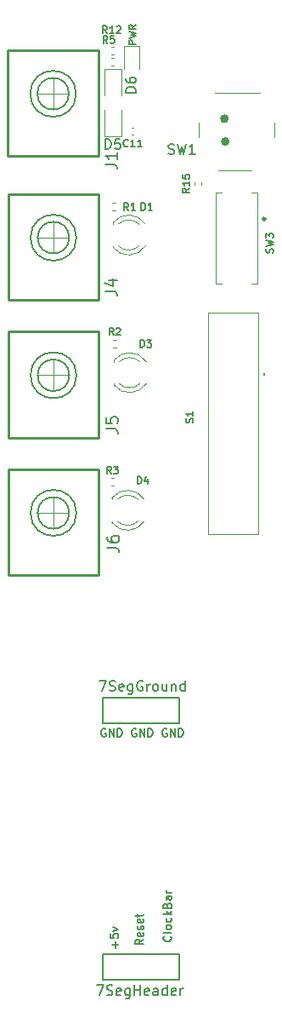
<source format=gbr>
%TF.GenerationSoftware,KiCad,Pcbnew,7.0.5*%
%TF.CreationDate,2023-09-13T13:06:11-07:00*%
%TF.ProjectId,16Bars,31364261-7273-42e6-9b69-6361645f7063,rev?*%
%TF.SameCoordinates,Original*%
%TF.FileFunction,Legend,Top*%
%TF.FilePolarity,Positive*%
%FSLAX46Y46*%
G04 Gerber Fmt 4.6, Leading zero omitted, Abs format (unit mm)*
G04 Created by KiCad (PCBNEW 7.0.5) date 2023-09-13 13:06:11*
%MOMM*%
%LPD*%
G01*
G04 APERTURE LIST*
%ADD10C,0.275000*%
%ADD11C,0.200000*%
%ADD12C,0.160000*%
%ADD13C,0.152400*%
%ADD14C,0.150000*%
%ADD15C,0.120000*%
%ADD16C,0.127000*%
%ADD17C,0.254000*%
%ADD18C,0.446881*%
%ADD19C,0.100000*%
G04 APERTURE END LIST*
D10*
X83137500Y-54700000D02*
G75*
G03*
X83137500Y-54700000I-137500J0D01*
G01*
D11*
%TO.C,J3*%
X70959695Y-126308943D02*
X70578742Y-126575610D01*
X70959695Y-126766086D02*
X70159695Y-126766086D01*
X70159695Y-126766086D02*
X70159695Y-126461324D01*
X70159695Y-126461324D02*
X70197790Y-126385134D01*
X70197790Y-126385134D02*
X70235885Y-126347039D01*
X70235885Y-126347039D02*
X70312076Y-126308943D01*
X70312076Y-126308943D02*
X70426361Y-126308943D01*
X70426361Y-126308943D02*
X70502552Y-126347039D01*
X70502552Y-126347039D02*
X70540647Y-126385134D01*
X70540647Y-126385134D02*
X70578742Y-126461324D01*
X70578742Y-126461324D02*
X70578742Y-126766086D01*
X70921600Y-125661324D02*
X70959695Y-125737515D01*
X70959695Y-125737515D02*
X70959695Y-125889896D01*
X70959695Y-125889896D02*
X70921600Y-125966086D01*
X70921600Y-125966086D02*
X70845409Y-126004182D01*
X70845409Y-126004182D02*
X70540647Y-126004182D01*
X70540647Y-126004182D02*
X70464457Y-125966086D01*
X70464457Y-125966086D02*
X70426361Y-125889896D01*
X70426361Y-125889896D02*
X70426361Y-125737515D01*
X70426361Y-125737515D02*
X70464457Y-125661324D01*
X70464457Y-125661324D02*
X70540647Y-125623229D01*
X70540647Y-125623229D02*
X70616838Y-125623229D01*
X70616838Y-125623229D02*
X70693028Y-126004182D01*
X70921600Y-125318468D02*
X70959695Y-125242277D01*
X70959695Y-125242277D02*
X70959695Y-125089896D01*
X70959695Y-125089896D02*
X70921600Y-125013706D01*
X70921600Y-125013706D02*
X70845409Y-124975610D01*
X70845409Y-124975610D02*
X70807314Y-124975610D01*
X70807314Y-124975610D02*
X70731123Y-125013706D01*
X70731123Y-125013706D02*
X70693028Y-125089896D01*
X70693028Y-125089896D02*
X70693028Y-125204182D01*
X70693028Y-125204182D02*
X70654933Y-125280372D01*
X70654933Y-125280372D02*
X70578742Y-125318468D01*
X70578742Y-125318468D02*
X70540647Y-125318468D01*
X70540647Y-125318468D02*
X70464457Y-125280372D01*
X70464457Y-125280372D02*
X70426361Y-125204182D01*
X70426361Y-125204182D02*
X70426361Y-125089896D01*
X70426361Y-125089896D02*
X70464457Y-125013706D01*
X70921600Y-124327991D02*
X70959695Y-124404182D01*
X70959695Y-124404182D02*
X70959695Y-124556563D01*
X70959695Y-124556563D02*
X70921600Y-124632753D01*
X70921600Y-124632753D02*
X70845409Y-124670849D01*
X70845409Y-124670849D02*
X70540647Y-124670849D01*
X70540647Y-124670849D02*
X70464457Y-124632753D01*
X70464457Y-124632753D02*
X70426361Y-124556563D01*
X70426361Y-124556563D02*
X70426361Y-124404182D01*
X70426361Y-124404182D02*
X70464457Y-124327991D01*
X70464457Y-124327991D02*
X70540647Y-124289896D01*
X70540647Y-124289896D02*
X70616838Y-124289896D01*
X70616838Y-124289896D02*
X70693028Y-124670849D01*
X70426361Y-124061325D02*
X70426361Y-123756563D01*
X70159695Y-123947039D02*
X70845409Y-123947039D01*
X70845409Y-123947039D02*
X70921600Y-123908944D01*
X70921600Y-123908944D02*
X70959695Y-123832754D01*
X70959695Y-123832754D02*
X70959695Y-123756563D01*
X66314285Y-130852219D02*
X66980951Y-130852219D01*
X66980951Y-130852219D02*
X66552380Y-131852219D01*
X67314285Y-131804600D02*
X67457142Y-131852219D01*
X67457142Y-131852219D02*
X67695237Y-131852219D01*
X67695237Y-131852219D02*
X67790475Y-131804600D01*
X67790475Y-131804600D02*
X67838094Y-131756980D01*
X67838094Y-131756980D02*
X67885713Y-131661742D01*
X67885713Y-131661742D02*
X67885713Y-131566504D01*
X67885713Y-131566504D02*
X67838094Y-131471266D01*
X67838094Y-131471266D02*
X67790475Y-131423647D01*
X67790475Y-131423647D02*
X67695237Y-131376028D01*
X67695237Y-131376028D02*
X67504761Y-131328409D01*
X67504761Y-131328409D02*
X67409523Y-131280790D01*
X67409523Y-131280790D02*
X67361904Y-131233171D01*
X67361904Y-131233171D02*
X67314285Y-131137933D01*
X67314285Y-131137933D02*
X67314285Y-131042695D01*
X67314285Y-131042695D02*
X67361904Y-130947457D01*
X67361904Y-130947457D02*
X67409523Y-130899838D01*
X67409523Y-130899838D02*
X67504761Y-130852219D01*
X67504761Y-130852219D02*
X67742856Y-130852219D01*
X67742856Y-130852219D02*
X67885713Y-130899838D01*
X68695237Y-131804600D02*
X68599999Y-131852219D01*
X68599999Y-131852219D02*
X68409523Y-131852219D01*
X68409523Y-131852219D02*
X68314285Y-131804600D01*
X68314285Y-131804600D02*
X68266666Y-131709361D01*
X68266666Y-131709361D02*
X68266666Y-131328409D01*
X68266666Y-131328409D02*
X68314285Y-131233171D01*
X68314285Y-131233171D02*
X68409523Y-131185552D01*
X68409523Y-131185552D02*
X68599999Y-131185552D01*
X68599999Y-131185552D02*
X68695237Y-131233171D01*
X68695237Y-131233171D02*
X68742856Y-131328409D01*
X68742856Y-131328409D02*
X68742856Y-131423647D01*
X68742856Y-131423647D02*
X68266666Y-131518885D01*
X69599999Y-131185552D02*
X69599999Y-131995076D01*
X69599999Y-131995076D02*
X69552380Y-132090314D01*
X69552380Y-132090314D02*
X69504761Y-132137933D01*
X69504761Y-132137933D02*
X69409523Y-132185552D01*
X69409523Y-132185552D02*
X69266666Y-132185552D01*
X69266666Y-132185552D02*
X69171428Y-132137933D01*
X69599999Y-131804600D02*
X69504761Y-131852219D01*
X69504761Y-131852219D02*
X69314285Y-131852219D01*
X69314285Y-131852219D02*
X69219047Y-131804600D01*
X69219047Y-131804600D02*
X69171428Y-131756980D01*
X69171428Y-131756980D02*
X69123809Y-131661742D01*
X69123809Y-131661742D02*
X69123809Y-131376028D01*
X69123809Y-131376028D02*
X69171428Y-131280790D01*
X69171428Y-131280790D02*
X69219047Y-131233171D01*
X69219047Y-131233171D02*
X69314285Y-131185552D01*
X69314285Y-131185552D02*
X69504761Y-131185552D01*
X69504761Y-131185552D02*
X69599999Y-131233171D01*
X70076190Y-131852219D02*
X70076190Y-130852219D01*
X70076190Y-131328409D02*
X70647618Y-131328409D01*
X70647618Y-131852219D02*
X70647618Y-130852219D01*
X71504761Y-131804600D02*
X71409523Y-131852219D01*
X71409523Y-131852219D02*
X71219047Y-131852219D01*
X71219047Y-131852219D02*
X71123809Y-131804600D01*
X71123809Y-131804600D02*
X71076190Y-131709361D01*
X71076190Y-131709361D02*
X71076190Y-131328409D01*
X71076190Y-131328409D02*
X71123809Y-131233171D01*
X71123809Y-131233171D02*
X71219047Y-131185552D01*
X71219047Y-131185552D02*
X71409523Y-131185552D01*
X71409523Y-131185552D02*
X71504761Y-131233171D01*
X71504761Y-131233171D02*
X71552380Y-131328409D01*
X71552380Y-131328409D02*
X71552380Y-131423647D01*
X71552380Y-131423647D02*
X71076190Y-131518885D01*
X72409523Y-131852219D02*
X72409523Y-131328409D01*
X72409523Y-131328409D02*
X72361904Y-131233171D01*
X72361904Y-131233171D02*
X72266666Y-131185552D01*
X72266666Y-131185552D02*
X72076190Y-131185552D01*
X72076190Y-131185552D02*
X71980952Y-131233171D01*
X72409523Y-131804600D02*
X72314285Y-131852219D01*
X72314285Y-131852219D02*
X72076190Y-131852219D01*
X72076190Y-131852219D02*
X71980952Y-131804600D01*
X71980952Y-131804600D02*
X71933333Y-131709361D01*
X71933333Y-131709361D02*
X71933333Y-131614123D01*
X71933333Y-131614123D02*
X71980952Y-131518885D01*
X71980952Y-131518885D02*
X72076190Y-131471266D01*
X72076190Y-131471266D02*
X72314285Y-131471266D01*
X72314285Y-131471266D02*
X72409523Y-131423647D01*
X73314285Y-131852219D02*
X73314285Y-130852219D01*
X73314285Y-131804600D02*
X73219047Y-131852219D01*
X73219047Y-131852219D02*
X73028571Y-131852219D01*
X73028571Y-131852219D02*
X72933333Y-131804600D01*
X72933333Y-131804600D02*
X72885714Y-131756980D01*
X72885714Y-131756980D02*
X72838095Y-131661742D01*
X72838095Y-131661742D02*
X72838095Y-131376028D01*
X72838095Y-131376028D02*
X72885714Y-131280790D01*
X72885714Y-131280790D02*
X72933333Y-131233171D01*
X72933333Y-131233171D02*
X73028571Y-131185552D01*
X73028571Y-131185552D02*
X73219047Y-131185552D01*
X73219047Y-131185552D02*
X73314285Y-131233171D01*
X74171428Y-131804600D02*
X74076190Y-131852219D01*
X74076190Y-131852219D02*
X73885714Y-131852219D01*
X73885714Y-131852219D02*
X73790476Y-131804600D01*
X73790476Y-131804600D02*
X73742857Y-131709361D01*
X73742857Y-131709361D02*
X73742857Y-131328409D01*
X73742857Y-131328409D02*
X73790476Y-131233171D01*
X73790476Y-131233171D02*
X73885714Y-131185552D01*
X73885714Y-131185552D02*
X74076190Y-131185552D01*
X74076190Y-131185552D02*
X74171428Y-131233171D01*
X74171428Y-131233171D02*
X74219047Y-131328409D01*
X74219047Y-131328409D02*
X74219047Y-131423647D01*
X74219047Y-131423647D02*
X73742857Y-131518885D01*
X74647619Y-131852219D02*
X74647619Y-131185552D01*
X74647619Y-131376028D02*
X74695238Y-131280790D01*
X74695238Y-131280790D02*
X74742857Y-131233171D01*
X74742857Y-131233171D02*
X74838095Y-131185552D01*
X74838095Y-131185552D02*
X74933333Y-131185552D01*
X68154933Y-127144111D02*
X68154933Y-126534588D01*
X68459695Y-126839349D02*
X67850171Y-126839349D01*
X67659695Y-125772683D02*
X67659695Y-126153635D01*
X67659695Y-126153635D02*
X68040647Y-126191731D01*
X68040647Y-126191731D02*
X68002552Y-126153635D01*
X68002552Y-126153635D02*
X67964457Y-126077445D01*
X67964457Y-126077445D02*
X67964457Y-125886969D01*
X67964457Y-125886969D02*
X68002552Y-125810778D01*
X68002552Y-125810778D02*
X68040647Y-125772683D01*
X68040647Y-125772683D02*
X68116838Y-125734588D01*
X68116838Y-125734588D02*
X68307314Y-125734588D01*
X68307314Y-125734588D02*
X68383504Y-125772683D01*
X68383504Y-125772683D02*
X68421600Y-125810778D01*
X68421600Y-125810778D02*
X68459695Y-125886969D01*
X68459695Y-125886969D02*
X68459695Y-126077445D01*
X68459695Y-126077445D02*
X68421600Y-126153635D01*
X68421600Y-126153635D02*
X68383504Y-126191731D01*
X67926361Y-125467921D02*
X68459695Y-125277445D01*
X68459695Y-125277445D02*
X67926361Y-125086968D01*
D12*
X73685584Y-125999999D02*
X73723680Y-126038095D01*
X73723680Y-126038095D02*
X73761775Y-126152380D01*
X73761775Y-126152380D02*
X73761775Y-126228571D01*
X73761775Y-126228571D02*
X73723680Y-126342857D01*
X73723680Y-126342857D02*
X73647489Y-126419047D01*
X73647489Y-126419047D02*
X73571299Y-126457142D01*
X73571299Y-126457142D02*
X73418918Y-126495238D01*
X73418918Y-126495238D02*
X73304632Y-126495238D01*
X73304632Y-126495238D02*
X73152251Y-126457142D01*
X73152251Y-126457142D02*
X73076060Y-126419047D01*
X73076060Y-126419047D02*
X72999870Y-126342857D01*
X72999870Y-126342857D02*
X72961775Y-126228571D01*
X72961775Y-126228571D02*
X72961775Y-126152380D01*
X72961775Y-126152380D02*
X72999870Y-126038095D01*
X72999870Y-126038095D02*
X73037965Y-125999999D01*
X73761775Y-125542857D02*
X73723680Y-125619047D01*
X73723680Y-125619047D02*
X73647489Y-125657142D01*
X73647489Y-125657142D02*
X72961775Y-125657142D01*
X73761775Y-125123809D02*
X73723680Y-125199999D01*
X73723680Y-125199999D02*
X73685584Y-125238094D01*
X73685584Y-125238094D02*
X73609394Y-125276190D01*
X73609394Y-125276190D02*
X73380822Y-125276190D01*
X73380822Y-125276190D02*
X73304632Y-125238094D01*
X73304632Y-125238094D02*
X73266537Y-125199999D01*
X73266537Y-125199999D02*
X73228441Y-125123809D01*
X73228441Y-125123809D02*
X73228441Y-125009523D01*
X73228441Y-125009523D02*
X73266537Y-124933332D01*
X73266537Y-124933332D02*
X73304632Y-124895237D01*
X73304632Y-124895237D02*
X73380822Y-124857142D01*
X73380822Y-124857142D02*
X73609394Y-124857142D01*
X73609394Y-124857142D02*
X73685584Y-124895237D01*
X73685584Y-124895237D02*
X73723680Y-124933332D01*
X73723680Y-124933332D02*
X73761775Y-125009523D01*
X73761775Y-125009523D02*
X73761775Y-125123809D01*
X73723680Y-124171427D02*
X73761775Y-124247618D01*
X73761775Y-124247618D02*
X73761775Y-124399999D01*
X73761775Y-124399999D02*
X73723680Y-124476189D01*
X73723680Y-124476189D02*
X73685584Y-124514284D01*
X73685584Y-124514284D02*
X73609394Y-124552380D01*
X73609394Y-124552380D02*
X73380822Y-124552380D01*
X73380822Y-124552380D02*
X73304632Y-124514284D01*
X73304632Y-124514284D02*
X73266537Y-124476189D01*
X73266537Y-124476189D02*
X73228441Y-124399999D01*
X73228441Y-124399999D02*
X73228441Y-124247618D01*
X73228441Y-124247618D02*
X73266537Y-124171427D01*
X73761775Y-123828570D02*
X72961775Y-123828570D01*
X73457013Y-123752380D02*
X73761775Y-123523808D01*
X73228441Y-123523808D02*
X73533203Y-123828570D01*
X73342727Y-122914285D02*
X73380822Y-122799999D01*
X73380822Y-122799999D02*
X73418918Y-122761904D01*
X73418918Y-122761904D02*
X73495108Y-122723808D01*
X73495108Y-122723808D02*
X73609394Y-122723808D01*
X73609394Y-122723808D02*
X73685584Y-122761904D01*
X73685584Y-122761904D02*
X73723680Y-122799999D01*
X73723680Y-122799999D02*
X73761775Y-122876189D01*
X73761775Y-122876189D02*
X73761775Y-123180951D01*
X73761775Y-123180951D02*
X72961775Y-123180951D01*
X72961775Y-123180951D02*
X72961775Y-122914285D01*
X72961775Y-122914285D02*
X72999870Y-122838094D01*
X72999870Y-122838094D02*
X73037965Y-122799999D01*
X73037965Y-122799999D02*
X73114156Y-122761904D01*
X73114156Y-122761904D02*
X73190346Y-122761904D01*
X73190346Y-122761904D02*
X73266537Y-122799999D01*
X73266537Y-122799999D02*
X73304632Y-122838094D01*
X73304632Y-122838094D02*
X73342727Y-122914285D01*
X73342727Y-122914285D02*
X73342727Y-123180951D01*
X73761775Y-122038094D02*
X73342727Y-122038094D01*
X73342727Y-122038094D02*
X73266537Y-122076189D01*
X73266537Y-122076189D02*
X73228441Y-122152380D01*
X73228441Y-122152380D02*
X73228441Y-122304761D01*
X73228441Y-122304761D02*
X73266537Y-122380951D01*
X73723680Y-122038094D02*
X73761775Y-122114285D01*
X73761775Y-122114285D02*
X73761775Y-122304761D01*
X73761775Y-122304761D02*
X73723680Y-122380951D01*
X73723680Y-122380951D02*
X73647489Y-122419047D01*
X73647489Y-122419047D02*
X73571299Y-122419047D01*
X73571299Y-122419047D02*
X73495108Y-122380951D01*
X73495108Y-122380951D02*
X73457013Y-122304761D01*
X73457013Y-122304761D02*
X73457013Y-122114285D01*
X73457013Y-122114285D02*
X73418918Y-122038094D01*
X73761775Y-121657141D02*
X73228441Y-121657141D01*
X73380822Y-121657141D02*
X73304632Y-121619046D01*
X73304632Y-121619046D02*
X73266537Y-121580951D01*
X73266537Y-121580951D02*
X73228441Y-121504760D01*
X73228441Y-121504760D02*
X73228441Y-121428570D01*
D11*
%TO.C,J7*%
X67179217Y-105385530D02*
X67103027Y-105347435D01*
X67103027Y-105347435D02*
X66988741Y-105347435D01*
X66988741Y-105347435D02*
X66874455Y-105385530D01*
X66874455Y-105385530D02*
X66798265Y-105461720D01*
X66798265Y-105461720D02*
X66760170Y-105537911D01*
X66760170Y-105537911D02*
X66722074Y-105690292D01*
X66722074Y-105690292D02*
X66722074Y-105804578D01*
X66722074Y-105804578D02*
X66760170Y-105956959D01*
X66760170Y-105956959D02*
X66798265Y-106033149D01*
X66798265Y-106033149D02*
X66874455Y-106109340D01*
X66874455Y-106109340D02*
X66988741Y-106147435D01*
X66988741Y-106147435D02*
X67064932Y-106147435D01*
X67064932Y-106147435D02*
X67179217Y-106109340D01*
X67179217Y-106109340D02*
X67217313Y-106071244D01*
X67217313Y-106071244D02*
X67217313Y-105804578D01*
X67217313Y-105804578D02*
X67064932Y-105804578D01*
X67560170Y-106147435D02*
X67560170Y-105347435D01*
X67560170Y-105347435D02*
X68017313Y-106147435D01*
X68017313Y-106147435D02*
X68017313Y-105347435D01*
X68398265Y-106147435D02*
X68398265Y-105347435D01*
X68398265Y-105347435D02*
X68588741Y-105347435D01*
X68588741Y-105347435D02*
X68703027Y-105385530D01*
X68703027Y-105385530D02*
X68779217Y-105461720D01*
X68779217Y-105461720D02*
X68817312Y-105537911D01*
X68817312Y-105537911D02*
X68855408Y-105690292D01*
X68855408Y-105690292D02*
X68855408Y-105804578D01*
X68855408Y-105804578D02*
X68817312Y-105956959D01*
X68817312Y-105956959D02*
X68779217Y-106033149D01*
X68779217Y-106033149D02*
X68703027Y-106109340D01*
X68703027Y-106109340D02*
X68588741Y-106147435D01*
X68588741Y-106147435D02*
X68398265Y-106147435D01*
X70226836Y-105385530D02*
X70150646Y-105347435D01*
X70150646Y-105347435D02*
X70036360Y-105347435D01*
X70036360Y-105347435D02*
X69922074Y-105385530D01*
X69922074Y-105385530D02*
X69845884Y-105461720D01*
X69845884Y-105461720D02*
X69807789Y-105537911D01*
X69807789Y-105537911D02*
X69769693Y-105690292D01*
X69769693Y-105690292D02*
X69769693Y-105804578D01*
X69769693Y-105804578D02*
X69807789Y-105956959D01*
X69807789Y-105956959D02*
X69845884Y-106033149D01*
X69845884Y-106033149D02*
X69922074Y-106109340D01*
X69922074Y-106109340D02*
X70036360Y-106147435D01*
X70036360Y-106147435D02*
X70112551Y-106147435D01*
X70112551Y-106147435D02*
X70226836Y-106109340D01*
X70226836Y-106109340D02*
X70264932Y-106071244D01*
X70264932Y-106071244D02*
X70264932Y-105804578D01*
X70264932Y-105804578D02*
X70112551Y-105804578D01*
X70607789Y-106147435D02*
X70607789Y-105347435D01*
X70607789Y-105347435D02*
X71064932Y-106147435D01*
X71064932Y-106147435D02*
X71064932Y-105347435D01*
X71445884Y-106147435D02*
X71445884Y-105347435D01*
X71445884Y-105347435D02*
X71636360Y-105347435D01*
X71636360Y-105347435D02*
X71750646Y-105385530D01*
X71750646Y-105385530D02*
X71826836Y-105461720D01*
X71826836Y-105461720D02*
X71864931Y-105537911D01*
X71864931Y-105537911D02*
X71903027Y-105690292D01*
X71903027Y-105690292D02*
X71903027Y-105804578D01*
X71903027Y-105804578D02*
X71864931Y-105956959D01*
X71864931Y-105956959D02*
X71826836Y-106033149D01*
X71826836Y-106033149D02*
X71750646Y-106109340D01*
X71750646Y-106109340D02*
X71636360Y-106147435D01*
X71636360Y-106147435D02*
X71445884Y-106147435D01*
X73274455Y-105385530D02*
X73198265Y-105347435D01*
X73198265Y-105347435D02*
X73083979Y-105347435D01*
X73083979Y-105347435D02*
X72969693Y-105385530D01*
X72969693Y-105385530D02*
X72893503Y-105461720D01*
X72893503Y-105461720D02*
X72855408Y-105537911D01*
X72855408Y-105537911D02*
X72817312Y-105690292D01*
X72817312Y-105690292D02*
X72817312Y-105804578D01*
X72817312Y-105804578D02*
X72855408Y-105956959D01*
X72855408Y-105956959D02*
X72893503Y-106033149D01*
X72893503Y-106033149D02*
X72969693Y-106109340D01*
X72969693Y-106109340D02*
X73083979Y-106147435D01*
X73083979Y-106147435D02*
X73160170Y-106147435D01*
X73160170Y-106147435D02*
X73274455Y-106109340D01*
X73274455Y-106109340D02*
X73312551Y-106071244D01*
X73312551Y-106071244D02*
X73312551Y-105804578D01*
X73312551Y-105804578D02*
X73160170Y-105804578D01*
X73655408Y-106147435D02*
X73655408Y-105347435D01*
X73655408Y-105347435D02*
X74112551Y-106147435D01*
X74112551Y-106147435D02*
X74112551Y-105347435D01*
X74493503Y-106147435D02*
X74493503Y-105347435D01*
X74493503Y-105347435D02*
X74683979Y-105347435D01*
X74683979Y-105347435D02*
X74798265Y-105385530D01*
X74798265Y-105385530D02*
X74874455Y-105461720D01*
X74874455Y-105461720D02*
X74912550Y-105537911D01*
X74912550Y-105537911D02*
X74950646Y-105690292D01*
X74950646Y-105690292D02*
X74950646Y-105804578D01*
X74950646Y-105804578D02*
X74912550Y-105956959D01*
X74912550Y-105956959D02*
X74874455Y-106033149D01*
X74874455Y-106033149D02*
X74798265Y-106109340D01*
X74798265Y-106109340D02*
X74683979Y-106147435D01*
X74683979Y-106147435D02*
X74493503Y-106147435D01*
X66590476Y-100602219D02*
X67257142Y-100602219D01*
X67257142Y-100602219D02*
X66828571Y-101602219D01*
X67590476Y-101554600D02*
X67733333Y-101602219D01*
X67733333Y-101602219D02*
X67971428Y-101602219D01*
X67971428Y-101602219D02*
X68066666Y-101554600D01*
X68066666Y-101554600D02*
X68114285Y-101506980D01*
X68114285Y-101506980D02*
X68161904Y-101411742D01*
X68161904Y-101411742D02*
X68161904Y-101316504D01*
X68161904Y-101316504D02*
X68114285Y-101221266D01*
X68114285Y-101221266D02*
X68066666Y-101173647D01*
X68066666Y-101173647D02*
X67971428Y-101126028D01*
X67971428Y-101126028D02*
X67780952Y-101078409D01*
X67780952Y-101078409D02*
X67685714Y-101030790D01*
X67685714Y-101030790D02*
X67638095Y-100983171D01*
X67638095Y-100983171D02*
X67590476Y-100887933D01*
X67590476Y-100887933D02*
X67590476Y-100792695D01*
X67590476Y-100792695D02*
X67638095Y-100697457D01*
X67638095Y-100697457D02*
X67685714Y-100649838D01*
X67685714Y-100649838D02*
X67780952Y-100602219D01*
X67780952Y-100602219D02*
X68019047Y-100602219D01*
X68019047Y-100602219D02*
X68161904Y-100649838D01*
X68971428Y-101554600D02*
X68876190Y-101602219D01*
X68876190Y-101602219D02*
X68685714Y-101602219D01*
X68685714Y-101602219D02*
X68590476Y-101554600D01*
X68590476Y-101554600D02*
X68542857Y-101459361D01*
X68542857Y-101459361D02*
X68542857Y-101078409D01*
X68542857Y-101078409D02*
X68590476Y-100983171D01*
X68590476Y-100983171D02*
X68685714Y-100935552D01*
X68685714Y-100935552D02*
X68876190Y-100935552D01*
X68876190Y-100935552D02*
X68971428Y-100983171D01*
X68971428Y-100983171D02*
X69019047Y-101078409D01*
X69019047Y-101078409D02*
X69019047Y-101173647D01*
X69019047Y-101173647D02*
X68542857Y-101268885D01*
X69876190Y-100935552D02*
X69876190Y-101745076D01*
X69876190Y-101745076D02*
X69828571Y-101840314D01*
X69828571Y-101840314D02*
X69780952Y-101887933D01*
X69780952Y-101887933D02*
X69685714Y-101935552D01*
X69685714Y-101935552D02*
X69542857Y-101935552D01*
X69542857Y-101935552D02*
X69447619Y-101887933D01*
X69876190Y-101554600D02*
X69780952Y-101602219D01*
X69780952Y-101602219D02*
X69590476Y-101602219D01*
X69590476Y-101602219D02*
X69495238Y-101554600D01*
X69495238Y-101554600D02*
X69447619Y-101506980D01*
X69447619Y-101506980D02*
X69400000Y-101411742D01*
X69400000Y-101411742D02*
X69400000Y-101126028D01*
X69400000Y-101126028D02*
X69447619Y-101030790D01*
X69447619Y-101030790D02*
X69495238Y-100983171D01*
X69495238Y-100983171D02*
X69590476Y-100935552D01*
X69590476Y-100935552D02*
X69780952Y-100935552D01*
X69780952Y-100935552D02*
X69876190Y-100983171D01*
X70876190Y-100649838D02*
X70780952Y-100602219D01*
X70780952Y-100602219D02*
X70638095Y-100602219D01*
X70638095Y-100602219D02*
X70495238Y-100649838D01*
X70495238Y-100649838D02*
X70400000Y-100745076D01*
X70400000Y-100745076D02*
X70352381Y-100840314D01*
X70352381Y-100840314D02*
X70304762Y-101030790D01*
X70304762Y-101030790D02*
X70304762Y-101173647D01*
X70304762Y-101173647D02*
X70352381Y-101364123D01*
X70352381Y-101364123D02*
X70400000Y-101459361D01*
X70400000Y-101459361D02*
X70495238Y-101554600D01*
X70495238Y-101554600D02*
X70638095Y-101602219D01*
X70638095Y-101602219D02*
X70733333Y-101602219D01*
X70733333Y-101602219D02*
X70876190Y-101554600D01*
X70876190Y-101554600D02*
X70923809Y-101506980D01*
X70923809Y-101506980D02*
X70923809Y-101173647D01*
X70923809Y-101173647D02*
X70733333Y-101173647D01*
X71352381Y-101602219D02*
X71352381Y-100935552D01*
X71352381Y-101126028D02*
X71400000Y-101030790D01*
X71400000Y-101030790D02*
X71447619Y-100983171D01*
X71447619Y-100983171D02*
X71542857Y-100935552D01*
X71542857Y-100935552D02*
X71638095Y-100935552D01*
X72114286Y-101602219D02*
X72019048Y-101554600D01*
X72019048Y-101554600D02*
X71971429Y-101506980D01*
X71971429Y-101506980D02*
X71923810Y-101411742D01*
X71923810Y-101411742D02*
X71923810Y-101126028D01*
X71923810Y-101126028D02*
X71971429Y-101030790D01*
X71971429Y-101030790D02*
X72019048Y-100983171D01*
X72019048Y-100983171D02*
X72114286Y-100935552D01*
X72114286Y-100935552D02*
X72257143Y-100935552D01*
X72257143Y-100935552D02*
X72352381Y-100983171D01*
X72352381Y-100983171D02*
X72400000Y-101030790D01*
X72400000Y-101030790D02*
X72447619Y-101126028D01*
X72447619Y-101126028D02*
X72447619Y-101411742D01*
X72447619Y-101411742D02*
X72400000Y-101506980D01*
X72400000Y-101506980D02*
X72352381Y-101554600D01*
X72352381Y-101554600D02*
X72257143Y-101602219D01*
X72257143Y-101602219D02*
X72114286Y-101602219D01*
X73304762Y-100935552D02*
X73304762Y-101602219D01*
X72876191Y-100935552D02*
X72876191Y-101459361D01*
X72876191Y-101459361D02*
X72923810Y-101554600D01*
X72923810Y-101554600D02*
X73019048Y-101602219D01*
X73019048Y-101602219D02*
X73161905Y-101602219D01*
X73161905Y-101602219D02*
X73257143Y-101554600D01*
X73257143Y-101554600D02*
X73304762Y-101506980D01*
X73780953Y-100935552D02*
X73780953Y-101602219D01*
X73780953Y-101030790D02*
X73828572Y-100983171D01*
X73828572Y-100983171D02*
X73923810Y-100935552D01*
X73923810Y-100935552D02*
X74066667Y-100935552D01*
X74066667Y-100935552D02*
X74161905Y-100983171D01*
X74161905Y-100983171D02*
X74209524Y-101078409D01*
X74209524Y-101078409D02*
X74209524Y-101602219D01*
X75114286Y-101602219D02*
X75114286Y-100602219D01*
X75114286Y-101554600D02*
X75019048Y-101602219D01*
X75019048Y-101602219D02*
X74828572Y-101602219D01*
X74828572Y-101602219D02*
X74733334Y-101554600D01*
X74733334Y-101554600D02*
X74685715Y-101506980D01*
X74685715Y-101506980D02*
X74638096Y-101411742D01*
X74638096Y-101411742D02*
X74638096Y-101126028D01*
X74638096Y-101126028D02*
X74685715Y-101030790D01*
X74685715Y-101030790D02*
X74733334Y-100983171D01*
X74733334Y-100983171D02*
X74828572Y-100935552D01*
X74828572Y-100935552D02*
X75019048Y-100935552D01*
X75019048Y-100935552D02*
X75114286Y-100983171D01*
D13*
%TO.C,J6*%
X67337922Y-87367760D02*
X68199708Y-87367760D01*
X68199708Y-87367760D02*
X68372065Y-87425213D01*
X68372065Y-87425213D02*
X68486970Y-87540117D01*
X68486970Y-87540117D02*
X68544422Y-87712475D01*
X68544422Y-87712475D02*
X68544422Y-87827379D01*
X67337922Y-86276165D02*
X67337922Y-86505975D01*
X67337922Y-86505975D02*
X67395374Y-86620879D01*
X67395374Y-86620879D02*
X67452827Y-86678332D01*
X67452827Y-86678332D02*
X67625184Y-86793237D01*
X67625184Y-86793237D02*
X67854993Y-86850689D01*
X67854993Y-86850689D02*
X68314612Y-86850689D01*
X68314612Y-86850689D02*
X68429517Y-86793237D01*
X68429517Y-86793237D02*
X68486970Y-86735784D01*
X68486970Y-86735784D02*
X68544422Y-86620879D01*
X68544422Y-86620879D02*
X68544422Y-86391070D01*
X68544422Y-86391070D02*
X68486970Y-86276165D01*
X68486970Y-86276165D02*
X68429517Y-86218713D01*
X68429517Y-86218713D02*
X68314612Y-86161260D01*
X68314612Y-86161260D02*
X68027350Y-86161260D01*
X68027350Y-86161260D02*
X67912446Y-86218713D01*
X67912446Y-86218713D02*
X67854993Y-86276165D01*
X67854993Y-86276165D02*
X67797541Y-86391070D01*
X67797541Y-86391070D02*
X67797541Y-86620879D01*
X67797541Y-86620879D02*
X67854993Y-86735784D01*
X67854993Y-86735784D02*
X67912446Y-86793237D01*
X67912446Y-86793237D02*
X68027350Y-86850689D01*
%TO.C,J5*%
X67237922Y-75567760D02*
X68099708Y-75567760D01*
X68099708Y-75567760D02*
X68272065Y-75625213D01*
X68272065Y-75625213D02*
X68386970Y-75740117D01*
X68386970Y-75740117D02*
X68444422Y-75912475D01*
X68444422Y-75912475D02*
X68444422Y-76027379D01*
X67237922Y-74418713D02*
X67237922Y-74993237D01*
X67237922Y-74993237D02*
X67812446Y-75050689D01*
X67812446Y-75050689D02*
X67754993Y-74993237D01*
X67754993Y-74993237D02*
X67697541Y-74878332D01*
X67697541Y-74878332D02*
X67697541Y-74591070D01*
X67697541Y-74591070D02*
X67754993Y-74476165D01*
X67754993Y-74476165D02*
X67812446Y-74418713D01*
X67812446Y-74418713D02*
X67927350Y-74361260D01*
X67927350Y-74361260D02*
X68214612Y-74361260D01*
X68214612Y-74361260D02*
X68329517Y-74418713D01*
X68329517Y-74418713D02*
X68386970Y-74476165D01*
X68386970Y-74476165D02*
X68444422Y-74591070D01*
X68444422Y-74591070D02*
X68444422Y-74878332D01*
X68444422Y-74878332D02*
X68386970Y-74993237D01*
X68386970Y-74993237D02*
X68329517Y-75050689D01*
%TO.C,J4*%
X67137922Y-61867760D02*
X67999708Y-61867760D01*
X67999708Y-61867760D02*
X68172065Y-61925213D01*
X68172065Y-61925213D02*
X68286970Y-62040117D01*
X68286970Y-62040117D02*
X68344422Y-62212475D01*
X68344422Y-62212475D02*
X68344422Y-62327379D01*
X67540089Y-60776165D02*
X68344422Y-60776165D01*
X67080470Y-61063427D02*
X67942255Y-61350689D01*
X67942255Y-61350689D02*
X67942255Y-60603808D01*
%TO.C,J1*%
X67137922Y-49267760D02*
X67999708Y-49267760D01*
X67999708Y-49267760D02*
X68172065Y-49325213D01*
X68172065Y-49325213D02*
X68286970Y-49440117D01*
X68286970Y-49440117D02*
X68344422Y-49612475D01*
X68344422Y-49612475D02*
X68344422Y-49727379D01*
X68344422Y-48061260D02*
X68344422Y-48750689D01*
X68344422Y-48405975D02*
X67137922Y-48405975D01*
X67137922Y-48405975D02*
X67310279Y-48520879D01*
X67310279Y-48520879D02*
X67425184Y-48635784D01*
X67425184Y-48635784D02*
X67482636Y-48750689D01*
D14*
%TO.C,SW1*%
X73466667Y-48207200D02*
X73609524Y-48254819D01*
X73609524Y-48254819D02*
X73847619Y-48254819D01*
X73847619Y-48254819D02*
X73942857Y-48207200D01*
X73942857Y-48207200D02*
X73990476Y-48159580D01*
X73990476Y-48159580D02*
X74038095Y-48064342D01*
X74038095Y-48064342D02*
X74038095Y-47969104D01*
X74038095Y-47969104D02*
X73990476Y-47873866D01*
X73990476Y-47873866D02*
X73942857Y-47826247D01*
X73942857Y-47826247D02*
X73847619Y-47778628D01*
X73847619Y-47778628D02*
X73657143Y-47731009D01*
X73657143Y-47731009D02*
X73561905Y-47683390D01*
X73561905Y-47683390D02*
X73514286Y-47635771D01*
X73514286Y-47635771D02*
X73466667Y-47540533D01*
X73466667Y-47540533D02*
X73466667Y-47445295D01*
X73466667Y-47445295D02*
X73514286Y-47350057D01*
X73514286Y-47350057D02*
X73561905Y-47302438D01*
X73561905Y-47302438D02*
X73657143Y-47254819D01*
X73657143Y-47254819D02*
X73895238Y-47254819D01*
X73895238Y-47254819D02*
X74038095Y-47302438D01*
X74371429Y-47254819D02*
X74609524Y-48254819D01*
X74609524Y-48254819D02*
X74800000Y-47540533D01*
X74800000Y-47540533D02*
X74990476Y-48254819D01*
X74990476Y-48254819D02*
X75228572Y-47254819D01*
X76133333Y-48254819D02*
X75561905Y-48254819D01*
X75847619Y-48254819D02*
X75847619Y-47254819D01*
X75847619Y-47254819D02*
X75752381Y-47397676D01*
X75752381Y-47397676D02*
X75657143Y-47492914D01*
X75657143Y-47492914D02*
X75561905Y-47540533D01*
%TO.C,D6*%
X70204819Y-42138094D02*
X69204819Y-42138094D01*
X69204819Y-42138094D02*
X69204819Y-41899999D01*
X69204819Y-41899999D02*
X69252438Y-41757142D01*
X69252438Y-41757142D02*
X69347676Y-41661904D01*
X69347676Y-41661904D02*
X69442914Y-41614285D01*
X69442914Y-41614285D02*
X69633390Y-41566666D01*
X69633390Y-41566666D02*
X69776247Y-41566666D01*
X69776247Y-41566666D02*
X69966723Y-41614285D01*
X69966723Y-41614285D02*
X70061961Y-41661904D01*
X70061961Y-41661904D02*
X70157200Y-41757142D01*
X70157200Y-41757142D02*
X70204819Y-41899999D01*
X70204819Y-41899999D02*
X70204819Y-42138094D01*
X69204819Y-40709523D02*
X69204819Y-40899999D01*
X69204819Y-40899999D02*
X69252438Y-40995237D01*
X69252438Y-40995237D02*
X69300057Y-41042856D01*
X69300057Y-41042856D02*
X69442914Y-41138094D01*
X69442914Y-41138094D02*
X69633390Y-41185713D01*
X69633390Y-41185713D02*
X70014342Y-41185713D01*
X70014342Y-41185713D02*
X70109580Y-41138094D01*
X70109580Y-41138094D02*
X70157200Y-41090475D01*
X70157200Y-41090475D02*
X70204819Y-40995237D01*
X70204819Y-40995237D02*
X70204819Y-40804761D01*
X70204819Y-40804761D02*
X70157200Y-40709523D01*
X70157200Y-40709523D02*
X70109580Y-40661904D01*
X70109580Y-40661904D02*
X70014342Y-40614285D01*
X70014342Y-40614285D02*
X69776247Y-40614285D01*
X69776247Y-40614285D02*
X69681009Y-40661904D01*
X69681009Y-40661904D02*
X69633390Y-40709523D01*
X69633390Y-40709523D02*
X69585771Y-40804761D01*
X69585771Y-40804761D02*
X69585771Y-40995237D01*
X69585771Y-40995237D02*
X69633390Y-41090475D01*
X69633390Y-41090475D02*
X69681009Y-41138094D01*
X69681009Y-41138094D02*
X69776247Y-41185713D01*
%TO.C,D5*%
X67161905Y-47754819D02*
X67161905Y-46754819D01*
X67161905Y-46754819D02*
X67400000Y-46754819D01*
X67400000Y-46754819D02*
X67542857Y-46802438D01*
X67542857Y-46802438D02*
X67638095Y-46897676D01*
X67638095Y-46897676D02*
X67685714Y-46992914D01*
X67685714Y-46992914D02*
X67733333Y-47183390D01*
X67733333Y-47183390D02*
X67733333Y-47326247D01*
X67733333Y-47326247D02*
X67685714Y-47516723D01*
X67685714Y-47516723D02*
X67638095Y-47611961D01*
X67638095Y-47611961D02*
X67542857Y-47707200D01*
X67542857Y-47707200D02*
X67400000Y-47754819D01*
X67400000Y-47754819D02*
X67161905Y-47754819D01*
X68638095Y-46754819D02*
X68161905Y-46754819D01*
X68161905Y-46754819D02*
X68114286Y-47231009D01*
X68114286Y-47231009D02*
X68161905Y-47183390D01*
X68161905Y-47183390D02*
X68257143Y-47135771D01*
X68257143Y-47135771D02*
X68495238Y-47135771D01*
X68495238Y-47135771D02*
X68590476Y-47183390D01*
X68590476Y-47183390D02*
X68638095Y-47231009D01*
X68638095Y-47231009D02*
X68685714Y-47326247D01*
X68685714Y-47326247D02*
X68685714Y-47564342D01*
X68685714Y-47564342D02*
X68638095Y-47659580D01*
X68638095Y-47659580D02*
X68590476Y-47707200D01*
X68590476Y-47707200D02*
X68495238Y-47754819D01*
X68495238Y-47754819D02*
X68257143Y-47754819D01*
X68257143Y-47754819D02*
X68161905Y-47707200D01*
X68161905Y-47707200D02*
X68114286Y-47659580D01*
%TO.C,SW3*%
X83891000Y-58059999D02*
X83925285Y-57957142D01*
X83925285Y-57957142D02*
X83925285Y-57785713D01*
X83925285Y-57785713D02*
X83891000Y-57717142D01*
X83891000Y-57717142D02*
X83856714Y-57682856D01*
X83856714Y-57682856D02*
X83788142Y-57648570D01*
X83788142Y-57648570D02*
X83719571Y-57648570D01*
X83719571Y-57648570D02*
X83651000Y-57682856D01*
X83651000Y-57682856D02*
X83616714Y-57717142D01*
X83616714Y-57717142D02*
X83582428Y-57785713D01*
X83582428Y-57785713D02*
X83548142Y-57922856D01*
X83548142Y-57922856D02*
X83513857Y-57991427D01*
X83513857Y-57991427D02*
X83479571Y-58025713D01*
X83479571Y-58025713D02*
X83411000Y-58059999D01*
X83411000Y-58059999D02*
X83342428Y-58059999D01*
X83342428Y-58059999D02*
X83273857Y-58025713D01*
X83273857Y-58025713D02*
X83239571Y-57991427D01*
X83239571Y-57991427D02*
X83205285Y-57922856D01*
X83205285Y-57922856D02*
X83205285Y-57751427D01*
X83205285Y-57751427D02*
X83239571Y-57648570D01*
X83205285Y-57408570D02*
X83925285Y-57237142D01*
X83925285Y-57237142D02*
X83411000Y-57099999D01*
X83411000Y-57099999D02*
X83925285Y-56962856D01*
X83925285Y-56962856D02*
X83205285Y-56791428D01*
X83205285Y-56585713D02*
X83205285Y-56139999D01*
X83205285Y-56139999D02*
X83479571Y-56379999D01*
X83479571Y-56379999D02*
X83479571Y-56277142D01*
X83479571Y-56277142D02*
X83513857Y-56208571D01*
X83513857Y-56208571D02*
X83548142Y-56174285D01*
X83548142Y-56174285D02*
X83616714Y-56139999D01*
X83616714Y-56139999D02*
X83788142Y-56139999D01*
X83788142Y-56139999D02*
X83856714Y-56174285D01*
X83856714Y-56174285D02*
X83891000Y-56208571D01*
X83891000Y-56208571D02*
X83925285Y-56277142D01*
X83925285Y-56277142D02*
X83925285Y-56482856D01*
X83925285Y-56482856D02*
X83891000Y-56551428D01*
X83891000Y-56551428D02*
X83856714Y-56585713D01*
%TO.C,S1*%
X75891000Y-74948571D02*
X75925285Y-74845714D01*
X75925285Y-74845714D02*
X75925285Y-74674285D01*
X75925285Y-74674285D02*
X75891000Y-74605714D01*
X75891000Y-74605714D02*
X75856714Y-74571428D01*
X75856714Y-74571428D02*
X75788142Y-74537142D01*
X75788142Y-74537142D02*
X75719571Y-74537142D01*
X75719571Y-74537142D02*
X75651000Y-74571428D01*
X75651000Y-74571428D02*
X75616714Y-74605714D01*
X75616714Y-74605714D02*
X75582428Y-74674285D01*
X75582428Y-74674285D02*
X75548142Y-74811428D01*
X75548142Y-74811428D02*
X75513857Y-74879999D01*
X75513857Y-74879999D02*
X75479571Y-74914285D01*
X75479571Y-74914285D02*
X75411000Y-74948571D01*
X75411000Y-74948571D02*
X75342428Y-74948571D01*
X75342428Y-74948571D02*
X75273857Y-74914285D01*
X75273857Y-74914285D02*
X75239571Y-74879999D01*
X75239571Y-74879999D02*
X75205285Y-74811428D01*
X75205285Y-74811428D02*
X75205285Y-74639999D01*
X75205285Y-74639999D02*
X75239571Y-74537142D01*
X75925285Y-73851428D02*
X75925285Y-74262857D01*
X75925285Y-74057142D02*
X75205285Y-74057142D01*
X75205285Y-74057142D02*
X75308142Y-74125714D01*
X75308142Y-74125714D02*
X75376714Y-74194285D01*
X75376714Y-74194285D02*
X75411000Y-74262857D01*
%TO.C,D4*%
X70368571Y-81020285D02*
X70368571Y-80300285D01*
X70368571Y-80300285D02*
X70540000Y-80300285D01*
X70540000Y-80300285D02*
X70642857Y-80334571D01*
X70642857Y-80334571D02*
X70711428Y-80403142D01*
X70711428Y-80403142D02*
X70745714Y-80471714D01*
X70745714Y-80471714D02*
X70780000Y-80608857D01*
X70780000Y-80608857D02*
X70780000Y-80711714D01*
X70780000Y-80711714D02*
X70745714Y-80848857D01*
X70745714Y-80848857D02*
X70711428Y-80917428D01*
X70711428Y-80917428D02*
X70642857Y-80986000D01*
X70642857Y-80986000D02*
X70540000Y-81020285D01*
X70540000Y-81020285D02*
X70368571Y-81020285D01*
X71397143Y-80540285D02*
X71397143Y-81020285D01*
X71225714Y-80266000D02*
X71054285Y-80780285D01*
X71054285Y-80780285D02*
X71500000Y-80780285D01*
%TO.C,D3*%
X70663571Y-67447785D02*
X70663571Y-66727785D01*
X70663571Y-66727785D02*
X70835000Y-66727785D01*
X70835000Y-66727785D02*
X70937857Y-66762071D01*
X70937857Y-66762071D02*
X71006428Y-66830642D01*
X71006428Y-66830642D02*
X71040714Y-66899214D01*
X71040714Y-66899214D02*
X71075000Y-67036357D01*
X71075000Y-67036357D02*
X71075000Y-67139214D01*
X71075000Y-67139214D02*
X71040714Y-67276357D01*
X71040714Y-67276357D02*
X71006428Y-67344928D01*
X71006428Y-67344928D02*
X70937857Y-67413500D01*
X70937857Y-67413500D02*
X70835000Y-67447785D01*
X70835000Y-67447785D02*
X70663571Y-67447785D01*
X71315000Y-66727785D02*
X71760714Y-66727785D01*
X71760714Y-66727785D02*
X71520714Y-67002071D01*
X71520714Y-67002071D02*
X71623571Y-67002071D01*
X71623571Y-67002071D02*
X71692143Y-67036357D01*
X71692143Y-67036357D02*
X71726428Y-67070642D01*
X71726428Y-67070642D02*
X71760714Y-67139214D01*
X71760714Y-67139214D02*
X71760714Y-67310642D01*
X71760714Y-67310642D02*
X71726428Y-67379214D01*
X71726428Y-67379214D02*
X71692143Y-67413500D01*
X71692143Y-67413500D02*
X71623571Y-67447785D01*
X71623571Y-67447785D02*
X71417857Y-67447785D01*
X71417857Y-67447785D02*
X71349285Y-67413500D01*
X71349285Y-67413500D02*
X71315000Y-67379214D01*
%TO.C,R5*%
X67380000Y-37225285D02*
X67140000Y-36882428D01*
X66968571Y-37225285D02*
X66968571Y-36505285D01*
X66968571Y-36505285D02*
X67242857Y-36505285D01*
X67242857Y-36505285D02*
X67311428Y-36539571D01*
X67311428Y-36539571D02*
X67345714Y-36573857D01*
X67345714Y-36573857D02*
X67380000Y-36642428D01*
X67380000Y-36642428D02*
X67380000Y-36745285D01*
X67380000Y-36745285D02*
X67345714Y-36813857D01*
X67345714Y-36813857D02*
X67311428Y-36848142D01*
X67311428Y-36848142D02*
X67242857Y-36882428D01*
X67242857Y-36882428D02*
X66968571Y-36882428D01*
X68031428Y-36505285D02*
X67688571Y-36505285D01*
X67688571Y-36505285D02*
X67654285Y-36848142D01*
X67654285Y-36848142D02*
X67688571Y-36813857D01*
X67688571Y-36813857D02*
X67757143Y-36779571D01*
X67757143Y-36779571D02*
X67928571Y-36779571D01*
X67928571Y-36779571D02*
X67997143Y-36813857D01*
X67997143Y-36813857D02*
X68031428Y-36848142D01*
X68031428Y-36848142D02*
X68065714Y-36916714D01*
X68065714Y-36916714D02*
X68065714Y-37088142D01*
X68065714Y-37088142D02*
X68031428Y-37156714D01*
X68031428Y-37156714D02*
X67997143Y-37191000D01*
X67997143Y-37191000D02*
X67928571Y-37225285D01*
X67928571Y-37225285D02*
X67757143Y-37225285D01*
X67757143Y-37225285D02*
X67688571Y-37191000D01*
X67688571Y-37191000D02*
X67654285Y-37156714D01*
%TO.C,D1*%
X70768571Y-53825285D02*
X70768571Y-53105285D01*
X70768571Y-53105285D02*
X70940000Y-53105285D01*
X70940000Y-53105285D02*
X71042857Y-53139571D01*
X71042857Y-53139571D02*
X71111428Y-53208142D01*
X71111428Y-53208142D02*
X71145714Y-53276714D01*
X71145714Y-53276714D02*
X71180000Y-53413857D01*
X71180000Y-53413857D02*
X71180000Y-53516714D01*
X71180000Y-53516714D02*
X71145714Y-53653857D01*
X71145714Y-53653857D02*
X71111428Y-53722428D01*
X71111428Y-53722428D02*
X71042857Y-53791000D01*
X71042857Y-53791000D02*
X70940000Y-53825285D01*
X70940000Y-53825285D02*
X70768571Y-53825285D01*
X71865714Y-53825285D02*
X71454285Y-53825285D01*
X71660000Y-53825285D02*
X71660000Y-53105285D01*
X71660000Y-53105285D02*
X71591428Y-53208142D01*
X71591428Y-53208142D02*
X71522857Y-53276714D01*
X71522857Y-53276714D02*
X71454285Y-53311000D01*
%TO.C,R3*%
X67780000Y-80025285D02*
X67540000Y-79682428D01*
X67368571Y-80025285D02*
X67368571Y-79305285D01*
X67368571Y-79305285D02*
X67642857Y-79305285D01*
X67642857Y-79305285D02*
X67711428Y-79339571D01*
X67711428Y-79339571D02*
X67745714Y-79373857D01*
X67745714Y-79373857D02*
X67780000Y-79442428D01*
X67780000Y-79442428D02*
X67780000Y-79545285D01*
X67780000Y-79545285D02*
X67745714Y-79613857D01*
X67745714Y-79613857D02*
X67711428Y-79648142D01*
X67711428Y-79648142D02*
X67642857Y-79682428D01*
X67642857Y-79682428D02*
X67368571Y-79682428D01*
X68020000Y-79305285D02*
X68465714Y-79305285D01*
X68465714Y-79305285D02*
X68225714Y-79579571D01*
X68225714Y-79579571D02*
X68328571Y-79579571D01*
X68328571Y-79579571D02*
X68397143Y-79613857D01*
X68397143Y-79613857D02*
X68431428Y-79648142D01*
X68431428Y-79648142D02*
X68465714Y-79716714D01*
X68465714Y-79716714D02*
X68465714Y-79888142D01*
X68465714Y-79888142D02*
X68431428Y-79956714D01*
X68431428Y-79956714D02*
X68397143Y-79991000D01*
X68397143Y-79991000D02*
X68328571Y-80025285D01*
X68328571Y-80025285D02*
X68122857Y-80025285D01*
X68122857Y-80025285D02*
X68054285Y-79991000D01*
X68054285Y-79991000D02*
X68020000Y-79956714D01*
%TO.C,R2*%
X67980000Y-66255285D02*
X67740000Y-65912428D01*
X67568571Y-66255285D02*
X67568571Y-65535285D01*
X67568571Y-65535285D02*
X67842857Y-65535285D01*
X67842857Y-65535285D02*
X67911428Y-65569571D01*
X67911428Y-65569571D02*
X67945714Y-65603857D01*
X67945714Y-65603857D02*
X67980000Y-65672428D01*
X67980000Y-65672428D02*
X67980000Y-65775285D01*
X67980000Y-65775285D02*
X67945714Y-65843857D01*
X67945714Y-65843857D02*
X67911428Y-65878142D01*
X67911428Y-65878142D02*
X67842857Y-65912428D01*
X67842857Y-65912428D02*
X67568571Y-65912428D01*
X68254285Y-65603857D02*
X68288571Y-65569571D01*
X68288571Y-65569571D02*
X68357143Y-65535285D01*
X68357143Y-65535285D02*
X68528571Y-65535285D01*
X68528571Y-65535285D02*
X68597143Y-65569571D01*
X68597143Y-65569571D02*
X68631428Y-65603857D01*
X68631428Y-65603857D02*
X68665714Y-65672428D01*
X68665714Y-65672428D02*
X68665714Y-65741000D01*
X68665714Y-65741000D02*
X68631428Y-65843857D01*
X68631428Y-65843857D02*
X68220000Y-66255285D01*
X68220000Y-66255285D02*
X68665714Y-66255285D01*
%TO.C,R15*%
X75555285Y-51662856D02*
X75212428Y-51902856D01*
X75555285Y-52074285D02*
X74835285Y-52074285D01*
X74835285Y-52074285D02*
X74835285Y-51799999D01*
X74835285Y-51799999D02*
X74869571Y-51731428D01*
X74869571Y-51731428D02*
X74903857Y-51697142D01*
X74903857Y-51697142D02*
X74972428Y-51662856D01*
X74972428Y-51662856D02*
X75075285Y-51662856D01*
X75075285Y-51662856D02*
X75143857Y-51697142D01*
X75143857Y-51697142D02*
X75178142Y-51731428D01*
X75178142Y-51731428D02*
X75212428Y-51799999D01*
X75212428Y-51799999D02*
X75212428Y-52074285D01*
X75555285Y-50977142D02*
X75555285Y-51388571D01*
X75555285Y-51182856D02*
X74835285Y-51182856D01*
X74835285Y-51182856D02*
X74938142Y-51251428D01*
X74938142Y-51251428D02*
X75006714Y-51319999D01*
X75006714Y-51319999D02*
X75041000Y-51388571D01*
X74835285Y-50325714D02*
X74835285Y-50668571D01*
X74835285Y-50668571D02*
X75178142Y-50702857D01*
X75178142Y-50702857D02*
X75143857Y-50668571D01*
X75143857Y-50668571D02*
X75109571Y-50600000D01*
X75109571Y-50600000D02*
X75109571Y-50428571D01*
X75109571Y-50428571D02*
X75143857Y-50360000D01*
X75143857Y-50360000D02*
X75178142Y-50325714D01*
X75178142Y-50325714D02*
X75246714Y-50291428D01*
X75246714Y-50291428D02*
X75418142Y-50291428D01*
X75418142Y-50291428D02*
X75486714Y-50325714D01*
X75486714Y-50325714D02*
X75521000Y-50360000D01*
X75521000Y-50360000D02*
X75555285Y-50428571D01*
X75555285Y-50428571D02*
X75555285Y-50600000D01*
X75555285Y-50600000D02*
X75521000Y-50668571D01*
X75521000Y-50668571D02*
X75486714Y-50702857D01*
%TO.C,C11*%
X69437143Y-47456714D02*
X69402857Y-47491000D01*
X69402857Y-47491000D02*
X69300000Y-47525285D01*
X69300000Y-47525285D02*
X69231428Y-47525285D01*
X69231428Y-47525285D02*
X69128571Y-47491000D01*
X69128571Y-47491000D02*
X69060000Y-47422428D01*
X69060000Y-47422428D02*
X69025714Y-47353857D01*
X69025714Y-47353857D02*
X68991428Y-47216714D01*
X68991428Y-47216714D02*
X68991428Y-47113857D01*
X68991428Y-47113857D02*
X69025714Y-46976714D01*
X69025714Y-46976714D02*
X69060000Y-46908142D01*
X69060000Y-46908142D02*
X69128571Y-46839571D01*
X69128571Y-46839571D02*
X69231428Y-46805285D01*
X69231428Y-46805285D02*
X69300000Y-46805285D01*
X69300000Y-46805285D02*
X69402857Y-46839571D01*
X69402857Y-46839571D02*
X69437143Y-46873857D01*
X70122857Y-47525285D02*
X69711428Y-47525285D01*
X69917143Y-47525285D02*
X69917143Y-46805285D01*
X69917143Y-46805285D02*
X69848571Y-46908142D01*
X69848571Y-46908142D02*
X69780000Y-46976714D01*
X69780000Y-46976714D02*
X69711428Y-47011000D01*
X70808571Y-47525285D02*
X70397142Y-47525285D01*
X70602857Y-47525285D02*
X70602857Y-46805285D01*
X70602857Y-46805285D02*
X70534285Y-46908142D01*
X70534285Y-46908142D02*
X70465714Y-46976714D01*
X70465714Y-46976714D02*
X70397142Y-47011000D01*
%TO.C,PWR*%
X70225285Y-37359999D02*
X69505285Y-37359999D01*
X69505285Y-37359999D02*
X69505285Y-37085713D01*
X69505285Y-37085713D02*
X69539571Y-37017142D01*
X69539571Y-37017142D02*
X69573857Y-36982856D01*
X69573857Y-36982856D02*
X69642428Y-36948570D01*
X69642428Y-36948570D02*
X69745285Y-36948570D01*
X69745285Y-36948570D02*
X69813857Y-36982856D01*
X69813857Y-36982856D02*
X69848142Y-37017142D01*
X69848142Y-37017142D02*
X69882428Y-37085713D01*
X69882428Y-37085713D02*
X69882428Y-37359999D01*
X69505285Y-36708570D02*
X70225285Y-36537142D01*
X70225285Y-36537142D02*
X69711000Y-36399999D01*
X69711000Y-36399999D02*
X70225285Y-36262856D01*
X70225285Y-36262856D02*
X69505285Y-36091428D01*
X70225285Y-35405713D02*
X69882428Y-35645713D01*
X70225285Y-35817142D02*
X69505285Y-35817142D01*
X69505285Y-35817142D02*
X69505285Y-35542856D01*
X69505285Y-35542856D02*
X69539571Y-35474285D01*
X69539571Y-35474285D02*
X69573857Y-35439999D01*
X69573857Y-35439999D02*
X69642428Y-35405713D01*
X69642428Y-35405713D02*
X69745285Y-35405713D01*
X69745285Y-35405713D02*
X69813857Y-35439999D01*
X69813857Y-35439999D02*
X69848142Y-35474285D01*
X69848142Y-35474285D02*
X69882428Y-35542856D01*
X69882428Y-35542856D02*
X69882428Y-35817142D01*
%TO.C,R1*%
X69480000Y-53825285D02*
X69240000Y-53482428D01*
X69068571Y-53825285D02*
X69068571Y-53105285D01*
X69068571Y-53105285D02*
X69342857Y-53105285D01*
X69342857Y-53105285D02*
X69411428Y-53139571D01*
X69411428Y-53139571D02*
X69445714Y-53173857D01*
X69445714Y-53173857D02*
X69480000Y-53242428D01*
X69480000Y-53242428D02*
X69480000Y-53345285D01*
X69480000Y-53345285D02*
X69445714Y-53413857D01*
X69445714Y-53413857D02*
X69411428Y-53448142D01*
X69411428Y-53448142D02*
X69342857Y-53482428D01*
X69342857Y-53482428D02*
X69068571Y-53482428D01*
X70165714Y-53825285D02*
X69754285Y-53825285D01*
X69960000Y-53825285D02*
X69960000Y-53105285D01*
X69960000Y-53105285D02*
X69891428Y-53208142D01*
X69891428Y-53208142D02*
X69822857Y-53276714D01*
X69822857Y-53276714D02*
X69754285Y-53311000D01*
%TO.C,R12*%
X67337143Y-36225285D02*
X67097143Y-35882428D01*
X66925714Y-36225285D02*
X66925714Y-35505285D01*
X66925714Y-35505285D02*
X67200000Y-35505285D01*
X67200000Y-35505285D02*
X67268571Y-35539571D01*
X67268571Y-35539571D02*
X67302857Y-35573857D01*
X67302857Y-35573857D02*
X67337143Y-35642428D01*
X67337143Y-35642428D02*
X67337143Y-35745285D01*
X67337143Y-35745285D02*
X67302857Y-35813857D01*
X67302857Y-35813857D02*
X67268571Y-35848142D01*
X67268571Y-35848142D02*
X67200000Y-35882428D01*
X67200000Y-35882428D02*
X66925714Y-35882428D01*
X68022857Y-36225285D02*
X67611428Y-36225285D01*
X67817143Y-36225285D02*
X67817143Y-35505285D01*
X67817143Y-35505285D02*
X67748571Y-35608142D01*
X67748571Y-35608142D02*
X67680000Y-35676714D01*
X67680000Y-35676714D02*
X67611428Y-35711000D01*
X68297142Y-35573857D02*
X68331428Y-35539571D01*
X68331428Y-35539571D02*
X68400000Y-35505285D01*
X68400000Y-35505285D02*
X68571428Y-35505285D01*
X68571428Y-35505285D02*
X68640000Y-35539571D01*
X68640000Y-35539571D02*
X68674285Y-35573857D01*
X68674285Y-35573857D02*
X68708571Y-35642428D01*
X68708571Y-35642428D02*
X68708571Y-35711000D01*
X68708571Y-35711000D02*
X68674285Y-35813857D01*
X68674285Y-35813857D02*
X68262857Y-36225285D01*
X68262857Y-36225285D02*
X68708571Y-36225285D01*
%TO.C,J3*%
X66940000Y-130270000D02*
X74560000Y-130270000D01*
X74560000Y-130270000D02*
X74560000Y-127730000D01*
X74560000Y-127730000D02*
X66940000Y-127730000D01*
X66940000Y-127730000D02*
X66940000Y-130270000D01*
%TO.C,J7*%
X74560000Y-102280000D02*
X66940000Y-102280000D01*
X66940000Y-102280000D02*
X66940000Y-104820000D01*
X66940000Y-104820000D02*
X74560000Y-104820000D01*
X74560000Y-104820000D02*
X74560000Y-102280000D01*
D15*
%TO.C,J6*%
X62000000Y-85400000D02*
X62000000Y-82400000D01*
X63500000Y-83900000D02*
X60500000Y-83900000D01*
D16*
X63574800Y-83912700D02*
G75*
G03*
X63574800Y-83912700I-1574800J0D01*
G01*
X64286000Y-83912700D02*
G75*
G03*
X64286000Y-83912700I-2286000J0D01*
G01*
D17*
X66500000Y-90102200D02*
X57500000Y-90102200D01*
X57500000Y-79594200D01*
X66500000Y-79594200D01*
X66500000Y-90102200D01*
D15*
%TO.C,J5*%
X62000000Y-71722500D02*
X62000000Y-68722500D01*
X63500000Y-70222500D02*
X60500000Y-70222500D01*
D16*
X63574800Y-70235200D02*
G75*
G03*
X63574800Y-70235200I-1574800J0D01*
G01*
X64286000Y-70235200D02*
G75*
G03*
X64286000Y-70235200I-2286000J0D01*
G01*
D17*
X66500000Y-76424700D02*
X57500000Y-76424700D01*
X57500000Y-65916700D01*
X66500000Y-65916700D01*
X66500000Y-76424700D01*
D15*
%TO.C,J4*%
X62000000Y-58045000D02*
X62000000Y-55045000D01*
X63500000Y-56545000D02*
X60500000Y-56545000D01*
D16*
X63574800Y-56557700D02*
G75*
G03*
X63574800Y-56557700I-1574800J0D01*
G01*
X64286000Y-56557700D02*
G75*
G03*
X64286000Y-56557700I-2286000J0D01*
G01*
D17*
X66500000Y-62747200D02*
X57500000Y-62747200D01*
X57500000Y-52239200D01*
X66500000Y-52239200D01*
X66500000Y-62747200D01*
D15*
%TO.C,J1*%
X61970000Y-43745000D02*
X61970000Y-40745000D01*
X63470000Y-42245000D02*
X60470000Y-42245000D01*
D16*
X63544800Y-42257700D02*
G75*
G03*
X63544800Y-42257700I-1574800J0D01*
G01*
X64256000Y-42257700D02*
G75*
G03*
X64256000Y-42257700I-2286000J0D01*
G01*
D17*
X66470000Y-48447200D02*
X57470000Y-48447200D01*
X57470000Y-37939200D01*
X66470000Y-37939200D01*
X66470000Y-48447200D01*
D15*
%TO.C,SW1*%
X84047600Y-46610300D02*
X84047600Y-45110300D01*
X78434200Y-49848100D02*
X81736200Y-49848100D01*
X82614600Y-42151900D02*
X78114600Y-42151900D01*
X76503800Y-45096900D02*
X76503800Y-46596900D01*
D18*
X79343440Y-47003300D02*
G75*
G03*
X79343440Y-47003300I-223440J0D01*
G01*
X79267240Y-44742700D02*
G75*
G03*
X79267240Y-44742700I-223440J0D01*
G01*
D15*
%TO.C,D6*%
X68750000Y-39790000D02*
X67050000Y-39790000D01*
X67050000Y-39790000D02*
X67050000Y-42450000D01*
X68750000Y-39790000D02*
X68750000Y-42450000D01*
%TO.C,D5*%
X67050000Y-46510000D02*
X68750000Y-46510000D01*
X68750000Y-46510000D02*
X68750000Y-43850000D01*
X67050000Y-46510000D02*
X67050000Y-43850000D01*
D19*
%TO.C,SW3*%
X81737600Y-52100000D02*
X82337600Y-52100000D01*
X82337600Y-52100000D02*
X82337600Y-61100000D01*
X82337600Y-61100000D02*
X81737600Y-61100000D01*
X78737600Y-52100000D02*
X78137600Y-52100000D01*
X78137600Y-52100000D02*
X78137600Y-61100000D01*
X78137600Y-61100000D02*
X78737600Y-61100000D01*
%TO.C,S1*%
X82412600Y-64000000D02*
X82412600Y-86000000D01*
X82412600Y-86000000D02*
X77412600Y-86000000D01*
X77412600Y-86000000D02*
X77412600Y-64000000D01*
X77412600Y-64000000D02*
X82412600Y-64000000D01*
D11*
X83012600Y-70100000D02*
X83012600Y-70100000D01*
X83012600Y-70200000D02*
X83012600Y-70200000D01*
X83012600Y-70100000D02*
X83012600Y-70100000D01*
X83012600Y-70100000D02*
G75*
G03*
X83012600Y-70200000I0J-50000D01*
G01*
X83012600Y-70200000D02*
G75*
G03*
X83012600Y-70100000I0J50000D01*
G01*
X83012600Y-70100000D02*
G75*
G03*
X83012600Y-70200000I0J-50000D01*
G01*
D15*
%TO.C,D4*%
X67835000Y-82419000D02*
X67835000Y-82575000D01*
X67835000Y-84735000D02*
X67835000Y-84891000D01*
X71067334Y-82576392D02*
G75*
G03*
X67835001Y-82419485I-1672334J-1078608D01*
G01*
X70436129Y-82575164D02*
G75*
G03*
X68354040Y-82575001I-1041129J-1079836D01*
G01*
X68354040Y-84734999D02*
G75*
G03*
X70436129Y-84734836I1040960J1079999D01*
G01*
X67835001Y-84890515D02*
G75*
G03*
X71067334Y-84733608I1559999J1235515D01*
G01*
%TO.C,D3*%
X68030000Y-68741500D02*
X68030000Y-68897500D01*
X68030000Y-71057500D02*
X68030000Y-71213500D01*
X71262334Y-68898892D02*
G75*
G03*
X68030001Y-68741985I-1672334J-1078608D01*
G01*
X70631129Y-68897664D02*
G75*
G03*
X68549040Y-68897501I-1041129J-1079836D01*
G01*
X68549040Y-71057499D02*
G75*
G03*
X70631129Y-71057336I1040960J1079999D01*
G01*
X68030001Y-71213015D02*
G75*
G03*
X71262334Y-71056108I1559999J1235515D01*
G01*
%TO.C,R5*%
X68053641Y-38720000D02*
X67746359Y-38720000D01*
X68053641Y-39480000D02*
X67746359Y-39480000D01*
%TO.C,D1*%
X67935000Y-55064000D02*
X67935000Y-55220000D01*
X67935000Y-57380000D02*
X67935000Y-57536000D01*
X71167334Y-55221392D02*
G75*
G03*
X67935001Y-55064485I-1672334J-1078608D01*
G01*
X70536129Y-55220164D02*
G75*
G03*
X68454040Y-55220001I-1041129J-1079836D01*
G01*
X68454040Y-57379999D02*
G75*
G03*
X70536129Y-57379836I1040960J1079999D01*
G01*
X67935001Y-57535515D02*
G75*
G03*
X71167334Y-57378608I1559999J1235515D01*
G01*
%TO.C,R3*%
X67746359Y-80420000D02*
X68053641Y-80420000D01*
X67746359Y-81180000D02*
X68053641Y-81180000D01*
%TO.C,R2*%
X67946359Y-66720000D02*
X68253641Y-66720000D01*
X67946359Y-67480000D02*
X68253641Y-67480000D01*
%TO.C,R15*%
X76020000Y-51353641D02*
X76020000Y-51046359D01*
X76780000Y-51353641D02*
X76780000Y-51046359D01*
%TO.C,C11*%
X69792164Y-46360000D02*
X70007836Y-46360000D01*
X69792164Y-45640000D02*
X70007836Y-45640000D01*
%TO.C,PWR*%
X70535000Y-39800000D02*
X70535000Y-37515000D01*
X69065000Y-37515000D02*
X69065000Y-39800000D01*
X70535000Y-37515000D02*
X69065000Y-37515000D01*
%TO.C,R1*%
X67846359Y-53120000D02*
X68153641Y-53120000D01*
X67846359Y-53880000D02*
X68153641Y-53880000D01*
%TO.C,R12*%
X68053641Y-37620000D02*
X67746359Y-37620000D01*
X68053641Y-38380000D02*
X67746359Y-38380000D01*
%TD*%
M02*

</source>
